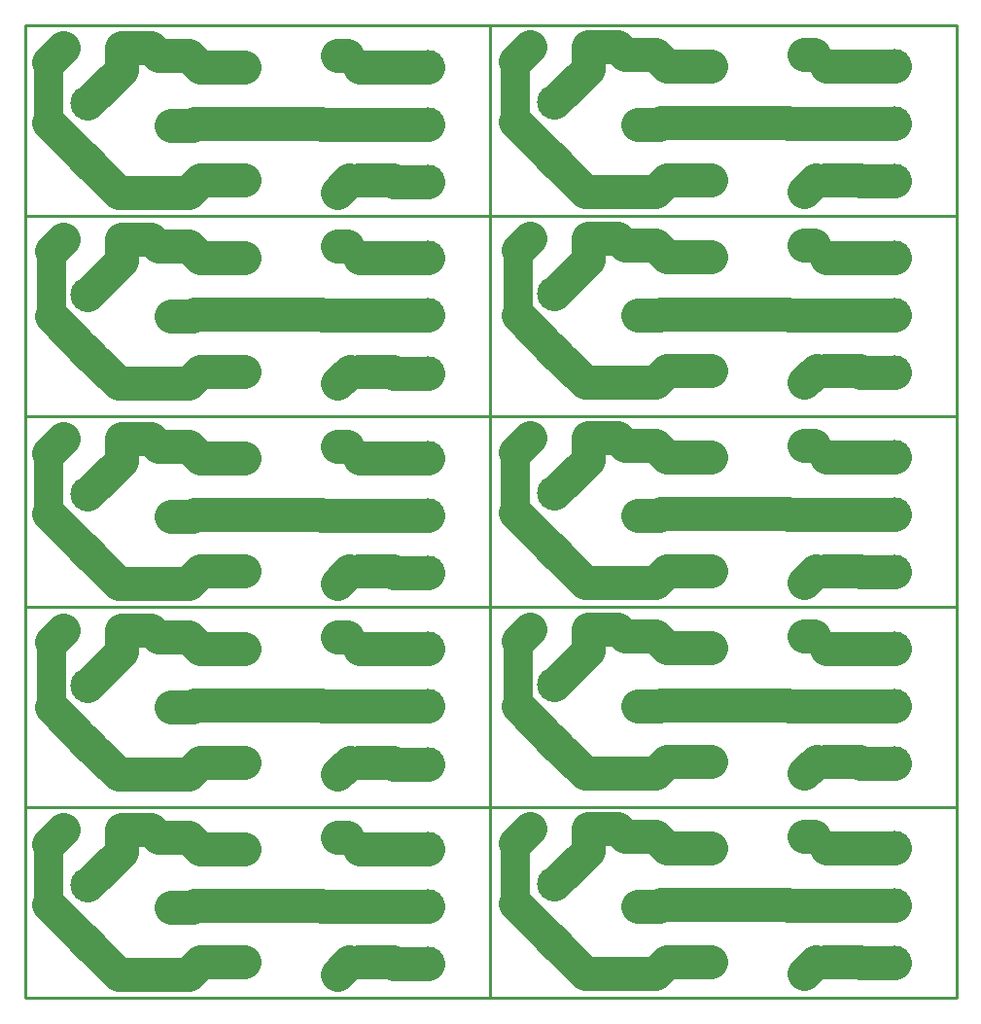
<source format=gbl>
%FSTAX23Y23*%
%MOIN*%
%SFA1B1*%

%IPPOS*%
%AMD17*
4,1,8,0.045300,0.018700,0.018700,0.045300,-0.018700,0.045300,-0.045300,0.018700,-0.045300,-0.018700,-0.018700,-0.045300,0.018700,-0.045300,0.045300,-0.018700,0.045300,0.018700,0.0*
%
%AMD19*
4,1,8,-0.059100,-0.024500,-0.024500,-0.059100,0.024500,-0.059100,0.059100,-0.024500,0.059100,0.024500,0.024500,0.059100,-0.024500,0.059100,-0.059100,0.024500,-0.059100,-0.024500,0.0*
%
%ADD10C,0.010000*%
%ADD11C,0.019685*%
%ADD12C,0.118110*%
%ADD13C,0.039370*%
%ADD14C,0.098425*%
%ADD15C,0.118110*%
%ADD16C,0.090551*%
G04~CAMADD=17~4~0.0~0.0~905.7~905.7~0.0~265.3~0~0.0~0.0~0.0~0.0~0~0.0~0.0~0.0~0.0~0~0.0~0.0~0.0~315.0~905.7~905.7*
%ADD17D17*%
%ADD18C,0.078740*%
G04~CAMADD=19~4~0.0~0.0~1181.0~1181.0~0.0~345.9~0~0.0~0.0~0.0~0.0~0~0.0~0.0~0.0~0.0~0~0.0~0.0~0.0~135.0~1181.0~1181.0*
%ADD19D19*%
%ADD20R,0.078740X0.078740*%
%LNpcb2_x10-1*%
%LPD*%
G54D10*
X016Y02687D02*
Y03342D01*
X032Y02687D02*
Y03342D01*
X00005D02*
X016D01*
X00005Y02685D02*
Y03342D01*
X016D02*
X032D01*
X016Y01347D02*
Y02687D01*
X032Y01347D02*
Y02687D01*
X00005D02*
X032D01*
X00005Y01347D02*
Y02687D01*
Y02002D02*
X016D01*
X032*
X00005Y00007D02*
X032D01*
X016D02*
Y01347D01*
X032Y00007D02*
Y01347D01*
X00005D02*
X032D01*
X00005Y00007D02*
Y01347D01*
Y00662D02*
X016D01*
X032*
G54D11*
X0271Y03242D02*
X0275Y03202D01*
X02718Y02813D02*
X0275D01*
X0262Y03007D02*
X02624Y03004D01*
X0218Y03002D02*
X02186Y03007D01*
X02865Y02813D02*
X0287Y02807D01*
X02038Y03267D02*
X02063Y03242D01*
X00438Y03265D02*
X00463Y0324D01*
X01265Y02811D02*
X0127Y02805D01*
X0058Y03D02*
X00586Y03006D01*
X0102D02*
X01024Y03002D01*
X01118Y02811D02*
X0115D01*
X0111Y0324D02*
X0115Y032D01*
X0271Y01902D02*
X0275Y01862D01*
X02718Y01473D02*
X0275D01*
X0262Y01667D02*
X02624Y01664D01*
X0218Y01662D02*
X02186Y01667D01*
X02865Y01473D02*
X0287Y01467D01*
X02038Y01927D02*
X02063Y01902D01*
X02038Y02612D02*
X02063Y02587D01*
X02865Y02158D02*
X02871Y02152D01*
X02181Y02347D02*
X02187Y02352D01*
X02621D02*
X02625Y02349D01*
X02719Y02158D02*
X02751D01*
X02711Y02587D02*
X02751Y02547D01*
X01111Y02585D02*
X01151Y02545D01*
X01119Y02156D02*
X01151D01*
X01021Y02351D02*
X01025Y02347D01*
X00581Y02345D02*
X00587Y02351D01*
X01265Y02156D02*
X01271Y0215D01*
X00438Y0261D02*
X00463Y02585D01*
X00438Y01925D02*
X00463Y019D01*
X01265Y01471D02*
X0127Y01465D01*
X0058Y0166D02*
X00586Y01666D01*
X0102D02*
X01024Y01662D01*
X01118Y01471D02*
X0115D01*
X0111Y019D02*
X0115Y0186D01*
X0271Y00562D02*
X0275Y00522D01*
X02718Y00133D02*
X0275D01*
X0262Y00327D02*
X02624Y00324D01*
X0218Y00322D02*
X02186Y00327D01*
X02865Y00133D02*
X0287Y00127D01*
X02038Y00587D02*
X02063Y00562D01*
X02038Y01272D02*
X02063Y01247D01*
X02865Y00818D02*
X02871Y00812D01*
X02181Y01007D02*
X02187Y01012D01*
X02621D02*
X02625Y01009D01*
X02719Y00818D02*
X02751D01*
X02711Y01247D02*
X02751Y01207D01*
X01111Y01245D02*
X01151Y01205D01*
X01119Y00816D02*
X01151D01*
X01021Y01011D02*
X01025Y01007D01*
X00581Y01005D02*
X00587Y01011D01*
X01265Y00816D02*
X01271Y0081D01*
X00438Y0127D02*
X00463Y01245D01*
X00438Y00585D02*
X00463Y0056D01*
X01265Y00131D02*
X0127Y00125D01*
X0058Y0032D02*
X00586Y00326D01*
X0102D02*
X01024Y00322D01*
X01118Y00131D02*
X0115D01*
X0111Y0056D02*
X0115Y0052D01*
G54D12*
X02677Y03242D02*
X0271D01*
X02752Y03201D02*
X02985D01*
X02677Y02772D02*
X02718Y02813D01*
X01935Y03192D02*
Y03267D01*
X0182Y03077D02*
X01935Y03192D01*
X02205Y03202D02*
X02357D01*
X02165Y03242D02*
X02205Y03202D01*
X02624Y03004D02*
X02985D01*
X0226Y03007D02*
X0262D01*
X02186D02*
X0226D01*
X02107Y03002D02*
X0218D01*
X0287Y02807D02*
X02985D01*
X0275Y02813D02*
X02865D01*
X02063Y03242D02*
X02165D01*
X01935Y03267D02*
X02038D01*
X02165Y02772D02*
X02206Y02813D01*
X02357*
X01685Y03218D02*
X01735Y03267D01*
X0182Y02877D02*
X01925Y02772D01*
X02165*
X01685Y03012D02*
X0182Y02877D01*
X00085Y0301D02*
X0022Y02875D01*
X00325Y0277D02*
X00565D01*
X0022Y02875D02*
X00325Y0277D01*
X00085Y03216D02*
X00135Y03265D01*
X00606Y02811D02*
X00757D01*
X00565Y0277D02*
X00606Y02811D01*
X00335Y03265D02*
X00438D01*
X00463Y0324D02*
X00565D01*
X0115Y02811D02*
X01265D01*
X0127Y02805D02*
X01385D01*
X00507Y03D02*
X0058D01*
X00586Y03006D02*
X0066D01*
X0102*
X01024Y03002D02*
X01385D01*
X00565Y0324D02*
X00605Y032D01*
X00757*
X0022Y03075D02*
X00335Y0319D01*
Y03265*
X01077Y0277D02*
X01118Y02811D01*
X01152Y03199D02*
X01385D01*
X01077Y0324D02*
X0111D01*
X02677Y01902D02*
X0271D01*
X02752Y01861D02*
X02985D01*
X02677Y01432D02*
X02718Y01473D01*
X01935Y01852D02*
Y01927D01*
X0182Y01737D02*
X01935Y01852D01*
X02205Y01862D02*
X02357D01*
X02165Y01902D02*
X02205Y01862D01*
X02624Y01664D02*
X02985D01*
X0226Y01667D02*
X0262D01*
X02186D02*
X0226D01*
X02107Y01662D02*
X0218D01*
X0287Y01467D02*
X02985D01*
X0275Y01473D02*
X02865D01*
X02063Y01902D02*
X02165D01*
X01935Y01927D02*
X02038D01*
X02165Y01432D02*
X02206Y01473D01*
X02357*
X01685Y01878D02*
X01735Y01927D01*
X0182Y01537D02*
X01925Y01432D01*
X02165*
X01685Y01672D02*
X0182Y01537D01*
X01926Y02117D02*
X02166D01*
X01821Y02222D02*
X01926Y02117D01*
X02207Y02158D02*
X02358D01*
X02166Y02117D02*
X02207Y02158D01*
X01936Y02612D02*
X02038D01*
X02063Y02587D02*
X02166D01*
X02751Y02158D02*
X02865D01*
X02871Y02152D02*
X02986D01*
X02108Y02347D02*
X02181D01*
X02187Y02352D02*
X02261D01*
X02621*
X02625Y02349D02*
X02986D01*
X02166Y02587D02*
X02206Y02547D01*
X02358*
X01821Y02422D02*
X01936Y02537D01*
Y02612*
X02678Y02117D02*
X02719Y02158D01*
X02753Y02546D02*
X02986D01*
X02678Y02587D02*
X02711D01*
X01695Y02348D02*
X01821Y02222D01*
X01695Y02572D02*
X01735Y02612D01*
X00095Y0257D02*
X00135Y0261D01*
X00095Y02346D02*
X00221Y0222D01*
X01078Y02585D02*
X01111D01*
X01153Y02544D02*
X01386D01*
X01078Y02115D02*
X01119Y02156D01*
X00336Y02535D02*
Y0261D01*
X00221Y0242D02*
X00336Y02535D01*
X00606Y02545D02*
X00758D01*
X00566Y02585D02*
X00606Y02545D01*
X01025Y02347D02*
X01386D01*
X00661Y02351D02*
X01021D01*
X00587D02*
X00661D01*
X00508Y02345D02*
X00581D01*
X01271Y0215D02*
X01386D01*
X01151Y02156D02*
X01265D01*
X00463Y02585D02*
X00566D01*
X00336Y0261D02*
X00438D01*
X00566Y02115D02*
X00607Y02156D01*
X00758*
X00221Y0222D02*
X00326Y02115D01*
X00566*
X00085Y0167D02*
X0022Y01535D01*
X00325Y0143D02*
X00565D01*
X0022Y01535D02*
X00325Y0143D01*
X00085Y01876D02*
X00135Y01925D01*
X00606Y01471D02*
X00757D01*
X00565Y0143D02*
X00606Y01471D01*
X00335Y01925D02*
X00438D01*
X00463Y019D02*
X00565D01*
X0115Y01471D02*
X01265D01*
X0127Y01465D02*
X01385D01*
X00507Y0166D02*
X0058D01*
X00586Y01666D02*
X0066D01*
X0102*
X01024Y01662D02*
X01385D01*
X00565Y019D02*
X00605Y0186D01*
X00757*
X0022Y01735D02*
X00335Y0185D01*
Y01925*
X01077Y0143D02*
X01118Y01471D01*
X01152Y01859D02*
X01385D01*
X01077Y019D02*
X0111D01*
X02677Y00562D02*
X0271D01*
X02752Y00521D02*
X02985D01*
X02677Y00092D02*
X02718Y00133D01*
X01935Y00512D02*
Y00587D01*
X0182Y00397D02*
X01935Y00512D01*
X02205Y00522D02*
X02357D01*
X02165Y00562D02*
X02205Y00522D01*
X02624Y00324D02*
X02985D01*
X0226Y00327D02*
X0262D01*
X02186D02*
X0226D01*
X02107Y00322D02*
X0218D01*
X0287Y00127D02*
X02985D01*
X0275Y00133D02*
X02865D01*
X02063Y00562D02*
X02165D01*
X01935Y00587D02*
X02038D01*
X02165Y00092D02*
X02206Y00133D01*
X02357*
X01685Y00538D02*
X01735Y00587D01*
X0182Y00197D02*
X01925Y00092D01*
X02165*
X01685Y00332D02*
X0182Y00197D01*
X01926Y00777D02*
X02166D01*
X01821Y00882D02*
X01926Y00777D01*
X02207Y00818D02*
X02358D01*
X02166Y00777D02*
X02207Y00818D01*
X01936Y01272D02*
X02038D01*
X02063Y01247D02*
X02166D01*
X02751Y00818D02*
X02865D01*
X02871Y00812D02*
X02986D01*
X02108Y01007D02*
X02181D01*
X02187Y01012D02*
X02261D01*
X02621*
X02625Y01009D02*
X02986D01*
X02166Y01247D02*
X02206Y01207D01*
X02358*
X01821Y01082D02*
X01936Y01197D01*
Y01272*
X02678Y00777D02*
X02719Y00818D01*
X02753Y01206D02*
X02986D01*
X02678Y01247D02*
X02711D01*
X01695Y01008D02*
X01821Y00882D01*
X01695Y01232D02*
X01735Y01272D01*
X00095Y0123D02*
X00135Y0127D01*
X00095Y01006D02*
X00221Y0088D01*
X01078Y01245D02*
X01111D01*
X01153Y01204D02*
X01386D01*
X01078Y00775D02*
X01119Y00816D01*
X00336Y01195D02*
Y0127D01*
X00221Y0108D02*
X00336Y01195D01*
X00606Y01205D02*
X00758D01*
X00566Y01245D02*
X00606Y01205D01*
X01025Y01007D02*
X01386D01*
X00661Y01011D02*
X01021D01*
X00587D02*
X00661D01*
X00508Y01005D02*
X00581D01*
X01271Y0081D02*
X01386D01*
X01151Y00816D02*
X01265D01*
X00463Y01245D02*
X00566D01*
X00336Y0127D02*
X00438D01*
X00566Y00775D02*
X00607Y00816D01*
X00758*
X00221Y0088D02*
X00326Y00775D01*
X00566*
X00085Y0033D02*
X0022Y00195D01*
X00325Y0009D02*
X00565D01*
X0022Y00195D02*
X00325Y0009D01*
X00085Y00536D02*
X00135Y00585D01*
X00606Y00131D02*
X00757D01*
X00565Y0009D02*
X00606Y00131D01*
X00335Y00585D02*
X00438D01*
X00463Y0056D02*
X00565D01*
X0115Y00131D02*
X01265D01*
X0127Y00125D02*
X01385D01*
X00507Y0032D02*
X0058D01*
X00586Y00326D02*
X0066D01*
X0102*
X01024Y00322D02*
X01385D01*
X00565Y0056D02*
X00605Y0052D01*
X00757*
X0022Y00395D02*
X00335Y0051D01*
Y00585*
X01077Y0009D02*
X01118Y00131D01*
X01152Y00519D02*
X01385D01*
X01077Y0056D02*
X0111D01*
G54D13*
X0275Y03202D02*
X02752Y03201D01*
X0115Y032D02*
X01152Y03199D01*
X0275Y01862D02*
X02752Y01861D01*
X02751Y02547D02*
X02753Y02546D01*
X01151Y02545D02*
X01153Y02544D01*
X0115Y0186D02*
X01152Y01859D01*
X0275Y00522D02*
X02752Y00521D01*
X02751Y01207D02*
X02753Y01206D01*
X01151Y01205D02*
X01153Y01204D01*
X0115Y0052D02*
X01152Y00519D01*
G54D14*
X01685Y03012D02*
Y03218D01*
X00085Y0301D02*
Y03216D01*
X01685Y01672D02*
Y01878D01*
X01695Y02348D02*
Y02572D01*
X00095Y02346D02*
Y0257D01*
X00085Y0167D02*
Y01876D01*
X01685Y00332D02*
Y00538D01*
X01695Y01008D02*
Y01232D01*
X00095Y01006D02*
Y0123D01*
X00085Y0033D02*
Y00536D01*
G54D15*
X02985Y03004D03*
Y02807D03*
Y03201D03*
X0182Y03077D03*
X0022Y03075D03*
X01385Y03002D03*
Y02805D03*
Y03199D03*
X02985Y01664D03*
Y01467D03*
Y01861D03*
X0182Y01737D03*
X01821Y02422D03*
X02986Y02349D03*
Y02152D03*
Y02546D03*
X01386Y02347D03*
Y0215D03*
Y02544D03*
X00221Y0242D03*
X0022Y01735D03*
X01385Y01662D03*
Y01465D03*
Y01859D03*
X02985Y00324D03*
Y00127D03*
Y00521D03*
X0182Y00397D03*
X01821Y01082D03*
X02986Y01009D03*
Y00812D03*
Y01206D03*
X01386Y01007D03*
Y0081D03*
Y01204D03*
X00221Y0108D03*
X0022Y00395D03*
X01385Y00322D03*
Y00125D03*
Y00519D03*
G54D16*
X0275Y03202D03*
Y02813D03*
X0226Y03007D03*
X0115Y032D03*
Y02811D03*
X0066Y03006D03*
X0275Y01862D03*
Y01473D03*
X0226Y01667D03*
X02751Y02547D03*
Y02158D03*
X02261Y02352D03*
X01151Y02545D03*
Y02156D03*
X00661Y02351D03*
X0115Y0186D03*
Y01471D03*
X0066Y01666D03*
X0275Y00522D03*
Y00133D03*
X0226Y00327D03*
X02751Y01207D03*
Y00818D03*
X02261Y01012D03*
X01151Y01205D03*
Y00816D03*
X00661Y01011D03*
X0115Y0052D03*
Y00131D03*
X0066Y00326D03*
G54D17*
X02357Y03202D03*
Y02813D03*
X00757Y032D03*
Y02811D03*
X02357Y01862D03*
Y01473D03*
X02358Y02547D03*
Y02158D03*
X00758Y02545D03*
Y02156D03*
X00757Y0186D03*
Y01471D03*
X02357Y00522D03*
Y00133D03*
X02358Y01207D03*
Y00818D03*
X00758Y01205D03*
Y00816D03*
X00757Y0052D03*
Y00131D03*
G54D18*
X02677Y02772D03*
X02107Y03002D03*
X02677Y03242D03*
X02165D03*
Y02772D03*
X01735Y03267D03*
X00135Y03265D03*
X01077Y0277D03*
X00507Y03D03*
X01077Y0324D03*
X00565D03*
Y0277D03*
X02677Y01432D03*
X02107Y01662D03*
X02677Y01902D03*
X02165D03*
Y01432D03*
X01735Y01927D03*
X01735Y02612D03*
X02678Y02117D03*
X02108Y02347D03*
X02678Y02587D03*
X02166D03*
Y02117D03*
X01078Y02115D03*
X00508Y02345D03*
X01078Y02585D03*
X00566D03*
Y02115D03*
X00135Y0261D03*
X00135Y01925D03*
X01077Y0143D03*
X00507Y0166D03*
X01077Y019D03*
X00565D03*
Y0143D03*
X02677Y00092D03*
X02107Y00322D03*
X02677Y00562D03*
X02165D03*
Y00092D03*
X01735Y00587D03*
X01735Y01272D03*
X02678Y00777D03*
X02108Y01007D03*
X02678Y01247D03*
X02166D03*
Y00777D03*
X01078Y00775D03*
X00508Y01005D03*
X01078Y01245D03*
X00566D03*
Y00775D03*
X00135Y0127D03*
X00135Y00585D03*
X01077Y0009D03*
X00507Y0032D03*
X01077Y0056D03*
X00565D03*
Y0009D03*
G54D19*
X0182Y02877D03*
X0022Y02875D03*
X0182Y01537D03*
X01821Y02222D03*
X00221Y0222D03*
X0022Y01535D03*
X0182Y00197D03*
X01821Y00882D03*
X00221Y0088D03*
X0022Y00195D03*
G54D20*
X01935Y03267D03*
X00335Y03265D03*
X01935Y01927D03*
X01936Y02612D03*
X00336Y0261D03*
X00335Y01925D03*
X01935Y00587D03*
X01936Y01272D03*
X00336Y0127D03*
X00335Y00585D03*
M02*
</source>
